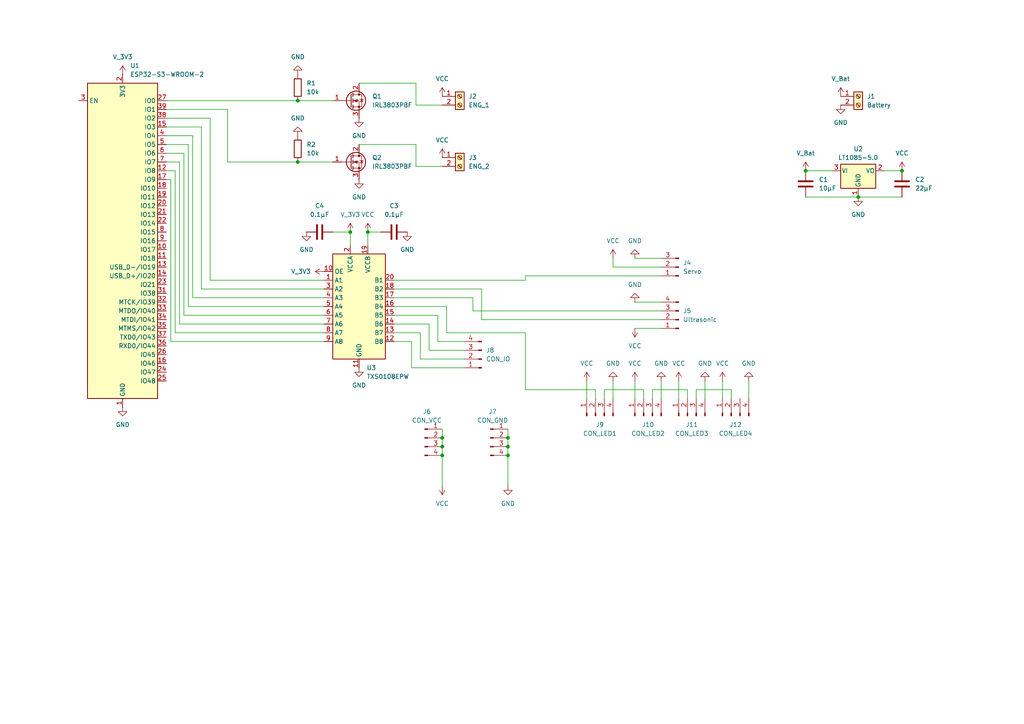
<source format=kicad_sch>
(kicad_sch (version 20231120) (generator "eeschema") (generator_version "8.0")
  (paper "A4")
  (lib_symbols
    (symbol "Connector:Conn_01x03_Pin" (pin_names (offset 1.016) hide)
      (property "Reference" "J" (at 0 5.08 0))
      (property "Value" "Conn_01x03_Pin" (at 0 -5.08 0))
      (symbol "Conn_01x03_Pin_1_1"
        (polyline (pts (xy 1.27 -2.54) (xy 0.8636 -2.54)) (stroke (width 0.1524)))
        (polyline (pts (xy 1.27 0) (xy 0.8636 0)) (stroke (width 0.1524)))
        (polyline (pts (xy 1.27 2.54) (xy 0.8636 2.54)) (stroke (width 0.1524)))
        (rectangle (start 0.8636 -2.413) (end 0 -2.667) (stroke (width 0.1524)) (fill (type outline)))
        (rectangle (start 0.8636 0.127) (end 0 -0.127) (stroke (width 0.1524)) (fill (type outline)))
        (rectangle (start 0.8636 2.667) (end 0 2.413) (stroke (width 0.1524)) (fill (type outline)))
        (pin passive line (at 5.08 2.54 180) (length 3.81) (name "Pin_1") (number "1"))
        (pin passive line (at 5.08 0 180) (length 3.81) (name "Pin_2") (number "2"))
        (pin passive line (at 5.08 -2.54 180) (length 3.81) (name "Pin_3") (number "3"))
      )
    )
    (symbol "Connector:Conn_01x04_Pin" (pin_names (offset 1.016) hide)
      (property "Reference" "J" (at 0 5.08 0))
      (property "Value" "Conn_01x04_Pin" (at 0 -7.62 0))
      (symbol "Conn_01x04_Pin_1_1"
        (polyline (pts (xy 1.27 -5.08) (xy 0.8636 -5.08)) (stroke (width 0.1524)))
        (polyline (pts (xy 1.27 -2.54) (xy 0.8636 -2.54)) (stroke (width 0.1524)))
        (polyline (pts (xy 1.27 0) (xy 0.8636 0)) (stroke (width 0.1524)))
        (polyline (pts (xy 1.27 2.54) (xy 0.8636 2.54)) (stroke (width 0.1524)))
        (rectangle (start 0.8636 -4.953) (end 0 -5.207) (stroke (width 0.1524)) (fill (type outline)))
        (rectangle (start 0.8636 -2.413) (end 0 -2.667) (stroke (width 0.1524)) (fill (type outline)))
        (rectangle (start 0.8636 0.127) (end 0 -0.127) (stroke (width 0.1524)) (fill (type outline)))
        (rectangle (start 0.8636 2.667) (end 0 2.413) (stroke (width 0.1524)) (fill (type outline)))
        (pin passive line (at 5.08 2.54 180) (length 3.81) (name "Pin_1") (number "1"))
        (pin passive line (at 5.08 0 180) (length 3.81) (name "Pin_2") (number "2"))
        (pin passive line (at 5.08 -2.54 180) (length 3.81) (name "Pin_3") (number "3"))
        (pin passive line (at 5.08 -5.08 180) (length 3.81) (name "Pin_4") (number "4"))
      )
    )
    (symbol "Connector:Screw_Terminal_01x02" (pin_names (offset 1.016) hide)
      (property "Reference" "J" (at 0 2.54 0))
      (property "Value" "Screw_Terminal_01x02" (at 0 -5.08 0))
      (symbol "Screw_Terminal_01x02_1_1"
        (rectangle (start -1.27 1.27) (end 1.27 -3.81) (stroke (width 0.254)) (fill (type background)))
        (circle (center 0 -2.54) (radius 0.635) (stroke (width 0.1524)))
        (polyline (pts (xy -0.5334 -2.2098) (xy 0.3302 -3.048)) (stroke (width 0.1524)))
        (polyline (pts (xy -0.5334 0.3302) (xy 0.3302 -0.508)) (stroke (width 0.1524)))
        (polyline (pts (xy -0.3556 -2.032) (xy 0.508 -2.8702)) (stroke (width 0.1524)))
        (polyline (pts (xy -0.3556 0.508) (xy 0.508 -0.3302)) (stroke (width 0.1524)))
        (circle (center 0 0) (radius 0.635) (stroke (width 0.1524)))
        (pin passive line (at -5.08 0 0) (length 3.81) (name "Pin_1") (number "1"))
        (pin passive line (at -5.08 -2.54 0) (length 3.81) (name "Pin_2") (number "2"))
      )
    )
    (symbol "Device:C" (pin_numbers hide) (pin_names (offset 0.254))
      (property "Reference" "C" (at 0.635 2.54 0))
      (property "Value" "C" (at 0.635 -2.54 0))
      (symbol "C_0_1"
        (polyline (pts (xy -2.032 -0.762) (xy 2.032 -0.762)) (stroke (width 0.508)))
        (polyline (pts (xy -2.032 0.762) (xy 2.032 0.762)) (stroke (width 0.508)))
      )
      (symbol "C_1_1"
        (pin passive line (at 0 3.81 270) (length 2.794) (name "~") (number "1"))
        (pin passive line (at 0 -3.81 90) (length 2.794) (name "~") (number "2"))
      )
    )
    (symbol "Device:R" (pin_numbers hide) (pin_names (offset 0))
      (property "Reference" "R" (at 2.032 0 90))
      (property "Value" "R" (at 0 0 90))
      (symbol "R_0_1"
        (rectangle (start -1.016 -2.54) (end 1.016 2.54) (stroke (width 0.254)))
      )
      (symbol "R_1_1"
        (pin passive line (at 0 3.81 270) (length 1.27) (name "~") (number "1"))
        (pin passive line (at 0 -3.81 90) (length 1.27) (name "~") (number "2"))
      )
    )
    (symbol "Logic_LevelTranslator:TXS0108EPW"
      (property "Reference" "U" (at -6.35 16.51 0))
      (property "Value" "TXS0108EPW" (at 3.81 16.51 0))
      (symbol "TXS0108EPW_0_1"
        (rectangle (start -7.62 15.24) (end 7.62 -15.24) (stroke (width 0.254)) (fill (type background)))
      )
      (symbol "TXS0108EPW_1_1"
        (pin bidirectional line (at -10.16 7.62 0) (length 2.54) (name "A1") (number "1"))
        (pin input line (at -10.16 10.16 0) (length 2.54) (name "OE") (number "10"))
        (pin power_in line (at 0 -17.78 90) (length 2.54) (name "GND") (number "11"))
        (pin bidirectional line (at 10.16 -10.16 180) (length 2.54) (name "B8") (number "12"))
        (pin bidirectional line (at 10.16 -7.62 180) (length 2.54) (name "B7") (number "13"))
        (pin bidirectional line (at 10.16 -5.08 180) (length 2.54) (name "B6") (number "14"))
        (pin bidirectional line (at 10.16 -2.54 180) (length 2.54) (name "B5") (number "15"))
        (pin bidirectional line (at 10.16 0 180) (length 2.54) (name "B4") (number "16"))
        (pin bidirectional line (at 10.16 2.54 180) (length 2.54) (name "B3") (number "17"))
        (pin bidirectional line (at 10.16 5.08 180) (length 2.54) (name "B2") (number "18"))
        (pin power_in line (at 2.54 17.78 270) (length 2.54) (name "VCCB") (number "19"))
        (pin power_in line (at -2.54 17.78 270) (length 2.54) (name "VCCA") (number "2"))
        (pin bidirectional line (at 10.16 7.62 180) (length 2.54) (name "B1") (number "20"))
        (pin bidirectional line (at -10.16 5.08 0) (length 2.54) (name "A2") (number "3"))
        (pin bidirectional line (at -10.16 2.54 0) (length 2.54) (name "A3") (number "4"))
        (pin bidirectional line (at -10.16 0 0) (length 2.54) (name "A4") (number "5"))
        (pin bidirectional line (at -10.16 -2.54 0) (length 2.54) (name "A5") (number "6"))
        (pin bidirectional line (at -10.16 -5.08 0) (length 2.54) (name "A6") (number "7"))
        (pin bidirectional line (at -10.16 -7.62 0) (length 2.54) (name "A7") (number "8"))
        (pin bidirectional line (at -10.16 -10.16 0) (length 2.54) (name "A8") (number "9"))
      )
    )
    (symbol "RF_Module:ESP32-S3-WROOM-2"
      (property "Reference" "U" (at -10.16 45.72 0))
      (property "Value" "ESP32-S3-WROOM-2" (at 2.54 45.72 0))
      (symbol "ESP32-S3-WROOM-2_0_1"
        (rectangle (start -10.16 45.72) (end 10.16 -45.72) (stroke (width 0.254)) (fill (type background)))
      )
      (symbol "ESP32-S3-WROOM-2_1_1"
        (pin power_in line (at 0 -48.26 90) (length 2.54) (name "GND") (number "1"))
        (pin bidirectional line (at 12.7 -2.54 180) (length 2.54) (name "IO17") (number "10"))
        (pin bidirectional line (at 12.7 -5.08 180) (length 2.54) (name "IO18") (number "11"))
        (pin bidirectional line (at 12.7 20.32 180) (length 2.54) (name "IO8") (number "12"))
        (pin bidirectional line (at 12.7 -7.62 180) (length 2.54) (name "USB_D-/IO19") (number "13"))
        (pin bidirectional line (at 12.7 -10.16 180) (length 2.54) (name "USB_D+/IO20") (number "14"))
        (pin bidirectional line (at 12.7 33.02 180) (length 2.54) (name "IO3") (number "15"))
        (pin bidirectional line (at 12.7 -35.56 180) (length 2.54) (name "IO46") (number "16"))
        (pin bidirectional line (at 12.7 17.78 180) (length 2.54) (name "IO9") (number "17"))
        (pin bidirectional line (at 12.7 15.24 180) (length 2.54) (name "IO10") (number "18"))
        (pin bidirectional line (at 12.7 12.7 180) (length 2.54) (name "IO11") (number "19"))
        (pin power_in line (at 0 48.26 270) (length 2.54) (name "3V3") (number "2"))
        (pin bidirectional line (at 12.7 10.16 180) (length 2.54) (name "IO12") (number "20"))
        (pin bidirectional line (at 12.7 7.62 180) (length 2.54) (name "IO13") (number "21"))
        (pin bidirectional line (at 12.7 5.08 180) (length 2.54) (name "IO14") (number "22"))
        (pin bidirectional line (at 12.7 -12.7 180) (length 2.54) (name "IO21") (number "23"))
        (pin bidirectional line (at 12.7 -38.1 180) (length 2.54) (name "IO47") (number "24"))
        (pin bidirectional line (at 12.7 -40.64 180) (length 2.54) (name "IO48") (number "25"))
        (pin bidirectional line (at 12.7 -33.02 180) (length 2.54) (name "IO45") (number "26"))
        (pin bidirectional line (at 12.7 40.64 180) (length 2.54) (name "IO0") (number "27"))
        (pin no_connect line (at -10.16 -35.56 0) (length 2.54) hide (name "NC") (number "28"))
        (pin no_connect line (at -10.16 -38.1 0) (length 2.54) hide (name "NC") (number "29"))
        (pin input line (at -12.7 40.64 0) (length 2.54) (name "EN") (number "3"))
        (pin no_connect line (at -10.16 -40.64 0) (length 2.54) hide (name "NC") (number "30"))
        (pin bidirectional line (at 12.7 -15.24 180) (length 2.54) (name "IO38") (number "31"))
        (pin bidirectional line (at 12.7 -17.78 180) (length 2.54) (name "MTCK/IO39") (number "32"))
        (pin bidirectional line (at 12.7 -20.32 180) (length 2.54) (name "MTDO/IO40") (number "33"))
        (pin bidirectional line (at 12.7 -22.86 180) (length 2.54) (name "MTDI/IO41") (number "34"))
        (pin bidirectional line (at 12.7 -25.4 180) (length 2.54) (name "MTMS/IO42") (number "35"))
        (pin bidirectional line (at 12.7 -30.48 180) (length 2.54) (name "RXD0/IO44") (number "36"))
        (pin bidirectional line (at 12.7 -27.94 180) (length 2.54) (name "TXD0/IO43") (number "37"))
        (pin bidirectional line (at 12.7 35.56 180) (length 2.54) (name "IO2") (number "38"))
        (pin bidirectional line (at 12.7 38.1 180) (length 2.54) (name "IO1") (number "39"))
        (pin bidirectional line (at 12.7 30.48 180) (length 2.54) (name "IO4") (number "4"))
        (pin passive line (at 0 -48.26 90) (length 2.54) hide (name "GND") (number "40"))
        (pin passive line (at 0 -48.26 90) (length 2.54) hide (name "GND") (number "41"))
        (pin bidirectional line (at 12.7 27.94 180) (length 2.54) (name "IO5") (number "5"))
        (pin bidirectional line (at 12.7 25.4 180) (length 2.54) (name "IO6") (number "6"))
        (pin bidirectional line (at 12.7 22.86 180) (length 2.54) (name "IO7") (number "7"))
        (pin bidirectional line (at 12.7 2.54 180) (length 2.54) (name "IO15") (number "8"))
        (pin bidirectional line (at 12.7 0 180) (length 2.54) (name "IO16") (number "9"))
      )
    )
    (symbol "Regulator_Linear:LT1085-5.0" (pin_names (offset 0.254))
      (property "Reference" "U" (at -3.81 3.175 0))
      (property "Value" "LT1085-5.0" (at 0 3.175 0))
      (symbol "LT1085-5.0_0_1"
        (rectangle (start -5.08 1.905) (end 5.08 -5.08) (stroke (width 0.254)) (fill (type background)))
      )
      (symbol "LT1085-5.0_1_1"
        (pin power_in line (at 0 -7.62 90) (length 2.54) (name "GND") (number "1"))
        (pin power_out line (at 7.62 0 180) (length 2.54) (name "VO") (number "2"))
        (pin power_in line (at -7.62 0 0) (length 2.54) (name "VI") (number "3"))
      )
    )
    (symbol "Transistor_FET:IRLB8721PBF" (pin_names hide)
      (property "Reference" "Q" (at 5.08 1.905 0))
      (property "Value" "IRLB8721PBF" (at 5.08 0 0))
      (symbol "IRLB8721PBF_0_1"
        (polyline (pts (xy 0.254 0) (xy -2.54 0)))
        (polyline (pts (xy 0.254 1.905) (xy 0.254 -1.905)) (stroke (width 0.254)))
        (polyline (pts (xy 0.762 -1.27) (xy 0.762 -2.286)) (stroke (width 0.254)))
        (polyline (pts (xy 0.762 0.508) (xy 0.762 -0.508)) (stroke (width 0.254)))
        (polyline (pts (xy 0.762 2.286) (xy 0.762 1.27)) (stroke (width 0.254)))
        (polyline (pts (xy 2.54 2.54) (xy 2.54 1.778)))
        (polyline (pts (xy 2.54 -2.54) (xy 2.54 0) (xy 0.762 0)))
        (polyline (pts (xy 0.762 -1.778) (xy 3.302 -1.778) (xy 3.302 1.778) (xy 0.762 1.778)))
        (polyline (pts (xy 1.016 0) (xy 2.032 0.381) (xy 2.032 -0.381) (xy 1.016 0)) (fill (type outline)))
        (polyline (pts (xy 2.794 0.508) (xy 2.921 0.381) (xy 3.683 0.381) (xy 3.81 0.254)))
        (polyline (pts (xy 3.302 0.381) (xy 2.921 -0.254) (xy 3.683 -0.254) (xy 3.302 0.381)))
        (circle (center 1.651 0) (radius 2.794) (stroke (width 0.254)))
        (circle (center 2.54 -1.778) (radius 0.254) (fill (type outline)))
        (circle (center 2.54 1.778) (radius 0.254) (fill (type outline)))
      )
      (symbol "IRLB8721PBF_1_1"
        (pin input line (at -5.08 0 0) (length 2.54) (name "G") (number "1"))
        (pin passive line (at 2.54 5.08 270) (length 2.54) (name "D") (number "2"))
        (pin passive line (at 2.54 -5.08 90) (length 2.54) (name "S") (number "3"))
      )
    )
    (symbol "power:GND" (power) (pin_numbers hide) (pin_names (offset 0) hide)
      (property "Value" "GND" (at 0 -3.81 0))
      (symbol "GND_0_1"
        (polyline (pts (xy 0 0) (xy 0 -1.27) (xy 1.27 -1.27) (xy 0 -2.54) (xy -1.27 -1.27) (xy 0 -1.27)))
      )
      (symbol "GND_1_1"
        (pin power_in line (at 0 0 270) (length 0) (name "~") (number "1"))
      )
    )
    (symbol "power:VCC" (power) (pin_numbers hide) (pin_names (offset 0) hide)
      (property "Value" "VCC" (at 0 3.556 0))
      (symbol "VCC_0_1"
        (polyline (pts (xy -0.762 1.27) (xy 0 2.54)))
        (polyline (pts (xy 0 0) (xy 0 2.54)))
        (polyline (pts (xy 0 2.54) (xy 0.762 1.27)))
      )
      (symbol "VCC_1_1"
        (pin power_in line (at 0 0 90) (length 0) (name "~") (number "1"))
      )
    )
  )
  (junction (at 147.32 129.54))
  (junction (at 128.27 129.54))
  (junction (at 128.27 127))
  (junction (at 233.68 49.53))
  (junction (at 248.92 57.15))
  (junction (at 106.68 67.31))
  (junction (at 147.32 127))
  (junction (at 128.27 132.08))
  (junction (at 86.36 46.99))
  (junction (at 86.36 29.21))
  (junction (at 101.6 67.31))
  (junction (at 261.62 49.53))
  (junction (at 147.32 132.08))
  (wire (pts (xy 147.32 127) (xy 147.32 129.54)))
  (wire (pts (xy 147.32 124.46) (xy 147.32 127)))
  (wire (pts (xy 66.04 46.99) (xy 66.04 31.75)))
  (wire (pts (xy 120.65 41.91) (xy 104.14 41.91)))
  (wire (pts (xy 49.53 52.07) (xy 48.26 52.07)))
  (wire (pts (xy 120.65 30.48) (xy 120.65 24.13)))
  (wire (pts (xy 86.36 29.21) (xy 96.52 29.21)))
  (wire (pts (xy 120.65 24.13) (xy 104.14 24.13)))
  (wire (pts (xy 212.09 113.03) (xy 212.09 115.57)))
  (wire (pts (xy 93.98 83.82) (xy 58.42 83.82)))
  (wire (pts (xy 196.85 110.49) (xy 196.85 115.57)))
  (wire (pts (xy 101.6 67.31) (xy 101.6 71.12)))
  (wire (pts (xy 114.3 81.28) (xy 152.4 81.28)))
  (wire (pts (xy 184.15 74.93) (xy 191.77 74.93)))
  (wire (pts (xy 121.92 104.14) (xy 121.92 96.52)))
  (wire (pts (xy 58.42 83.82) (xy 58.42 36.83)))
  (wire (pts (xy 93.98 91.44) (xy 53.34 91.44)))
  (wire (pts (xy 147.32 129.54) (xy 147.32 132.08)))
  (wire (pts (xy 233.68 57.15) (xy 248.92 57.15)))
  (wire (pts (xy 106.68 67.31) (xy 106.68 71.12)))
  (wire (pts (xy 93.98 93.98) (xy 52.07 93.98)))
  (wire (pts (xy 172.72 113.03) (xy 152.4 113.03)))
  (wire (pts (xy 124.46 93.98) (xy 114.3 93.98)))
  (wire (pts (xy 114.3 91.44) (xy 127 91.44)))
  (wire (pts (xy 189.23 113.03) (xy 199.39 113.03)))
  (wire (pts (xy 49.53 99.06) (xy 49.53 52.07)))
  (wire (pts (xy 93.98 96.52) (xy 50.8 96.52)))
  (wire (pts (xy 60.96 34.29) (xy 48.26 34.29)))
  (wire (pts (xy 55.88 86.36) (xy 55.88 39.37)))
  (wire (pts (xy 129.54 88.9) (xy 114.3 88.9)))
  (wire (pts (xy 53.34 44.45) (xy 48.26 44.45)))
  (wire (pts (xy 48.26 29.21) (xy 86.36 29.21)))
  (wire (pts (xy 137.16 86.36) (xy 114.3 86.36)))
  (wire (pts (xy 96.52 67.31) (xy 101.6 67.31)))
  (wire (pts (xy 50.8 49.53) (xy 48.26 49.53)))
  (wire (pts (xy 191.77 92.71) (xy 139.7 92.71)))
  (wire (pts (xy 124.46 101.6) (xy 124.46 93.98)))
  (wire (pts (xy 201.93 113.03) (xy 212.09 113.03)))
  (wire (pts (xy 86.36 46.99) (xy 66.04 46.99)))
  (wire (pts (xy 52.07 46.99) (xy 48.26 46.99)))
  (wire (pts (xy 60.96 81.28) (xy 60.96 34.29)))
  (wire (pts (xy 128.27 30.48) (xy 120.65 30.48)))
  (wire (pts (xy 175.26 115.57) (xy 175.26 113.03)))
  (wire (pts (xy 152.4 96.52) (xy 152.4 113.03)))
  (wire (pts (xy 134.62 104.14) (xy 121.92 104.14)))
  (wire (pts (xy 139.7 83.82) (xy 114.3 83.82)))
  (wire (pts (xy 248.92 57.15) (xy 261.62 57.15)))
  (wire (pts (xy 129.54 96.52) (xy 152.4 96.52)))
  (wire (pts (xy 137.16 90.17) (xy 137.16 86.36)))
  (wire (pts (xy 66.04 31.75) (xy 48.26 31.75)))
  (wire (pts (xy 170.18 110.49) (xy 170.18 115.57)))
  (wire (pts (xy 96.52 46.99) (xy 86.36 46.99)))
  (wire (pts (xy 93.98 88.9) (xy 54.61 88.9)))
  (wire (pts (xy 134.62 106.68) (xy 119.38 106.68)))
  (wire (pts (xy 189.23 115.57) (xy 189.23 113.03)))
  (wire (pts (xy 256.54 49.53) (xy 261.62 49.53)))
  (wire (pts (xy 186.69 113.03) (xy 186.69 115.57)))
  (wire (pts (xy 119.38 99.06) (xy 114.3 99.06)))
  (wire (pts (xy 128.27 124.46) (xy 128.27 127)))
  (wire (pts (xy 191.77 110.49) (xy 191.77 115.57)))
  (wire (pts (xy 54.61 88.9) (xy 54.61 41.91)))
  (wire (pts (xy 58.42 36.83) (xy 48.26 36.83)))
  (wire (pts (xy 55.88 39.37) (xy 48.26 39.37)))
  (wire (pts (xy 128.27 132.08) (xy 128.27 140.97)))
  (wire (pts (xy 184.15 95.25) (xy 191.77 95.25)))
  (wire (pts (xy 199.39 113.03) (xy 199.39 115.57)))
  (wire (pts (xy 128.27 48.26) (xy 120.65 48.26)))
  (wire (pts (xy 52.07 93.98) (xy 52.07 46.99)))
  (wire (pts (xy 120.65 48.26) (xy 120.65 41.91)))
  (wire (pts (xy 93.98 99.06) (xy 49.53 99.06)))
  (wire (pts (xy 175.26 113.03) (xy 186.69 113.03)))
  (wire (pts (xy 106.68 67.31) (xy 110.49 67.31)))
  (wire (pts (xy 172.72 115.57) (xy 172.72 113.03)))
  (wire (pts (xy 128.27 127) (xy 128.27 129.54)))
  (wire (pts (xy 147.32 132.08) (xy 147.32 140.97)))
  (wire (pts (xy 93.98 81.28) (xy 60.96 81.28)))
  (wire (pts (xy 217.17 110.49) (xy 217.17 115.57)))
  (wire (pts (xy 93.98 86.36) (xy 55.88 86.36)))
  (wire (pts (xy 134.62 101.6) (xy 124.46 101.6)))
  (wire (pts (xy 50.8 96.52) (xy 50.8 49.53)))
  (wire (pts (xy 53.34 91.44) (xy 53.34 44.45)))
  (wire (pts (xy 54.61 41.91) (xy 48.26 41.91)))
  (wire (pts (xy 184.15 87.63) (xy 191.77 87.63)))
  (wire (pts (xy 152.4 80.01) (xy 191.77 80.01)))
  (wire (pts (xy 119.38 106.68) (xy 119.38 99.06)))
  (wire (pts (xy 134.62 99.06) (xy 127 99.06)))
  (wire (pts (xy 177.8 77.47) (xy 177.8 74.93)))
  (wire (pts (xy 209.55 110.49) (xy 209.55 115.57)))
  (wire (pts (xy 191.77 77.47) (xy 177.8 77.47)))
  (wire (pts (xy 152.4 81.28) (xy 152.4 80.01)))
  (wire (pts (xy 127 99.06) (xy 127 91.44)))
  (wire (pts (xy 128.27 129.54) (xy 128.27 132.08)))
  (wire (pts (xy 204.47 110.49) (xy 204.47 115.57)))
  (wire (pts (xy 184.15 110.49) (xy 184.15 115.57)))
  (wire (pts (xy 129.54 96.52) (xy 129.54 88.9)))
  (wire (pts (xy 139.7 92.71) (xy 139.7 83.82)))
  (wire (pts (xy 177.8 110.49) (xy 177.8 115.57)))
  (wire (pts (xy 233.68 49.53) (xy 241.3 49.53)))
  (wire (pts (xy 201.93 115.57) (xy 201.93 113.03)))
  (wire (pts (xy 121.92 96.52) (xy 114.3 96.52)))
  (wire (pts (xy 191.77 90.17) (xy 137.16 90.17)))
  (symbol (lib_id "power:GND") (at 204.47 110.49 180) (unit 1)
    (property "Reference" "#PWR029" (effects (hide yes)))
    (property "Value" "GND" (at 204.47 105.41 0))
    (property "Description" "Power symbol creates a global label with name \"GND\" , ground" (effects (hide yes)))
  )
  (symbol (lib_id "Connector:Conn_01x03_Pin") (at 196.85 77.47 180) (unit 1)
    (property "Reference" "J4" (at 198.12 76.1999 0) (effects (justify right)))
    (property "Value" "Servo" (at 198.12 78.7399 0) (effects (justify right)))
    (property "Footprint" "Connector_Molex:Molex_KK-254_AE-6410-03A_1x03_P2.54mm_Vertical" (effects (hide yes)))
    (property "Description" "Generic connector, single row, 01x03, script generated" (effects (hide yes)))
  )
  (symbol (lib_id "Connector:Conn_01x04_Pin") (at 123.19 127 0) (unit 1)
    (property "Reference" "J6" (at 123.825 119.38 0))
    (property "Value" "CON_VCC" (at 123.825 121.92 0))
    (property "Footprint" "Connector_Molex:Molex_KK-254_AE-6410-04A_1x04_P2.54mm_Vertical" (effects (hide yes)))
    (property "Description" "Generic connector, single row, 01x04, script generated" (effects (hide yes)))
  )
  (symbol (lib_id "power:VCC") (at 177.8 74.93 0) (unit 1)
    (property "Reference" "#PWR019" (effects (hide yes)))
    (property "Value" "VCC" (at 177.8 69.85 0))
    (property "Description" "Power symbol creates a global label with name \"VCC\"" (effects (hide yes)))
  )
  (symbol (lib_id "power:GND") (at 86.36 21.59 180) (unit 1)
    (property "Reference" "#PWR032" (effects (hide yes)))
    (property "Value" "GND" (at 86.36 16.51 0))
    (property "Description" "Power symbol creates a global label with name \"GND\" , ground" (effects (hide yes)))
  )
  (symbol (lib_id "Connector:Conn_01x04_Pin") (at 196.85 92.71 180) (unit 1)
    (property "Reference" "J5" (at 198.12 90.1699 0) (effects (justify right)))
    (property "Value" "Ultrasonic" (at 198.12 92.7099 0) (effects (justify right)))
    (property "Footprint" "Connector_Molex:Molex_KK-254_AE-6410-04A_1x04_P2.54mm_Vertical" (effects (hide yes)))
    (property "Description" "Generic connector, single row, 01x04, script generated" (effects (hide yes)))
  )
  (symbol (lib_id "Connector:Conn_01x04_Pin") (at 212.09 120.65 90) (unit 1)
    (property "Reference" "J12" (at 213.36 123.19 90))
    (property "Value" "CON_LED4" (at 213.36 125.73 90))
    (property "Footprint" "Connector_Molex:Molex_KK-254_AE-6410-04A_1x04_P2.54mm_Vertical" (effects (hide yes)))
    (property "Description" "Generic connector, single row, 01x04, script generated" (effects (hide yes)))
  )
  (symbol (lib_id "power:VCC") (at 35.56 21.59 0) (unit 1)
    (property "Reference" "#PWR06" (effects (hide yes)))
    (property "Value" "V_3V3" (at 35.56 16.51 0))
    (property "Description" "Power symbol creates a global label with name \"VCC\"" (effects (hide yes)))
  )
  (symbol (lib_id "power:GND") (at 217.17 110.49 180) (unit 1)
    (property "Reference" "#PWR031" (effects (hide yes)))
    (property "Value" "GND" (at 217.17 105.41 0))
    (property "Description" "Power symbol creates a global label with name \"GND\" , ground" (effects (hide yes)))
  )
  (symbol (lib_id "power:GND") (at 184.15 74.93 180) (unit 1)
    (property "Reference" "#PWR018" (effects (hide yes)))
    (property "Value" "GND" (at 184.15 69.85 0))
    (property "Description" "Power symbol creates a global label with name \"GND\" , ground" (effects (hide yes)))
  )
  (symbol (lib_id "power:VCC") (at 209.55 110.49 0) (unit 1)
    (property "Reference" "#PWR030" (effects (hide yes)))
    (property "Value" "VCC" (at 209.55 105.41 0))
    (property "Description" "Power symbol creates a global label with name \"VCC\"" (effects (hide yes)))
  )
  (symbol (lib_id "power:GND") (at 104.14 34.29 0) (unit 1)
    (property "Reference" "#PWR09" (effects (hide yes)))
    (property "Value" "GND" (at 104.14 39.37 0))
    (property "Description" "Power symbol creates a global label with name \"GND\" , ground" (effects (hide yes)))
  )
  (symbol (lib_id "Connector:Conn_01x04_Pin") (at 172.72 120.65 90) (unit 1)
    (property "Reference" "J9" (at 173.99 123.19 90))
    (property "Value" "CON_LED1" (at 173.99 125.73 90))
    (property "Footprint" "Connector_Molex:Molex_KK-254_AE-6410-04A_1x04_P2.54mm_Vertical" (effects (hide yes)))
    (property "Description" "Generic connector, single row, 01x04, script generated" (effects (hide yes)))
  )
  (symbol (lib_id "power:VCC") (at 170.18 110.49 0) (unit 1)
    (property "Reference" "#PWR024" (effects (hide yes)))
    (property "Value" "VCC" (at 170.18 105.41 0))
    (property "Description" "Power symbol creates a global label with name \"VCC\"" (effects (hide yes)))
  )
  (symbol (lib_id "RF_Module:ESP32-S3-WROOM-2") (at 35.56 69.85 0) (unit 1)
    (property "Reference" "U1" (at 37.7541 19.05 0) (effects (justify left)))
    (property "Value" "ESP32-S3-WROOM-2" (at 37.7541 21.59 0) (effects (justify left)))
    (property "Datasheet" "https://www.espressif.com/sites/default/files/documentation/esp32-s3-wroom-2_datasheet_en.pdf" (effects (hide yes)))
    (property "Description" "RF Module, 2.4 GHz, Wi­-Fi, Bluetooth, BLE, ESP32­-S3R8V" (effects (hide yes)))
  )
  (symbol (lib_id "Regulator_Linear:LT1085-5.0") (at 248.92 49.53 0) (unit 1)
    (property "Reference" "U2" (at 248.92 43.18 0))
    (property "Value" "LT1085-5.0" (at 248.92 45.72 0))
    (property "Footprint" "Package_TO_SOT_THT:TO-220-3_Vertical" (effects (hide yes)))
    (property "Datasheet" "https://www.analog.com/media/en/technical-documentation/data-sheets/1083ffe.pdf" (effects (hide yes)))
    (property "Description" "3.0A 20V LDO Linear Regulator, Fixed Output 5.V, TO-220/TO-263" (effects (hide yes)))
  )
  (symbol (lib_id "power:GND") (at 104.14 106.68 0) (unit 1)
    (property "Reference" "#PWR014" (effects (hide yes)))
    (property "Value" "GND" (at 104.14 111.76 0))
    (property "Description" "Power symbol creates a global label with name \"GND\" , ground" (effects (hide yes)))
  )
  (symbol (lib_id "Connector:Screw_Terminal_01x02") (at 133.35 27.94 0) (unit 1)
    (property "Reference" "J2" (at 135.89 27.9399 0) (effects (justify left)))
    (property "Value" "ENG_1" (at 135.89 30.4799 0) (effects (justify left)))
    (property "Footprint" "TerminalBlock_Phoenix:TerminalBlock_Phoenix_MKDS-1,5-2-5.08_1x02_P5.08mm_Horizontal" (effects (hide yes)))
    (property "Description" "Generic screw terminal, single row, 01x02, script generated (kicad-library-utils/schlib/autogen/connector/)" (effects (hide yes)))
  )
  (symbol (lib_id "power:GND") (at 104.14 52.07 0) (unit 1)
    (property "Reference" "#PWR010" (effects (hide yes)))
    (property "Value" "GND" (at 104.14 57.15 0))
    (property "Description" "Power symbol creates a global label with name \"GND\" , ground" (effects (hide yes)))
  )
  (symbol (lib_id "Device:C") (at 233.68 53.34 0) (unit 1)
    (property "Reference" "C1" (at 237.49 52.0699 0) (effects (justify left)))
    (property "Value" "10µF" (at 237.49 54.6099 0) (effects (justify left)))
    (property "Footprint" "Capacitor_SMD:C_1210_3225Metric" (effects (hide yes)))
    (property "Description" "Unpolarized capacitor" (effects (hide yes)))
  )
  (symbol (lib_id "power:VCC") (at 101.6 67.31 0) (unit 1)
    (property "Reference" "#PWR012" (effects (hide yes)))
    (property "Value" "V_3V3" (at 101.6 62.23 0))
    (property "Description" "Power symbol creates a global label with name \"VCC\"" (effects (hide yes)))
  )
  (symbol (lib_id "power:VCC") (at 128.27 140.97 180) (unit 1)
    (property "Reference" "#PWR022" (effects (hide yes)))
    (property "Value" "VCC" (at 128.27 146.05 0))
    (property "Description" "Power symbol creates a global label with name \"VCC\"" (effects (hide yes)))
  )
  (symbol (lib_id "power:VCC") (at 184.15 110.49 0) (unit 1)
    (property "Reference" "#PWR026" (effects (hide yes)))
    (property "Value" "VCC" (at 184.15 105.41 0))
    (property "Description" "Power symbol creates a global label with name \"VCC\"" (effects (hide yes)))
  )
  (symbol (lib_id "power:GND") (at 243.84 30.48 0) (unit 1)
    (property "Reference" "#PWR03" (effects (hide yes)))
    (property "Value" "GND" (at 243.84 35.56 0))
    (property "Description" "Power symbol creates a global label with name \"GND\" , ground" (effects (hide yes)))
  )
  (symbol (lib_id "power:VCC") (at 93.98 78.74 90) (unit 1)
    (property "Reference" "#PWR015" (effects (hide yes)))
    (property "Value" "V_3V3" (at 90.17 78.7399 90) (effects (justify left)))
    (property "Description" "Power symbol creates a global label with name \"VCC\"" (effects (hide yes)))
  )
  (symbol (lib_id "power:VCC") (at 106.68 67.31 0) (unit 1)
    (property "Reference" "#PWR013" (effects (hide yes)))
    (property "Value" "VCC" (at 106.68 62.23 0))
    (property "Description" "Power symbol creates a global label with name \"VCC\"" (effects (hide yes)))
  )
  (symbol (lib_id "Connector:Conn_01x04_Pin") (at 186.69 120.65 90) (unit 1)
    (property "Reference" "J10" (at 187.96 123.19 90))
    (property "Value" "CON_LED2" (at 187.96 125.73 90))
    (property "Footprint" "Connector_Molex:Molex_KK-254_AE-6410-04A_1x04_P2.54mm_Vertical" (effects (hide yes)))
    (property "Description" "Generic connector, single row, 01x04, script generated" (effects (hide yes)))
  )
  (symbol (lib_id "Connector:Screw_Terminal_01x02") (at 133.35 45.72 0) (unit 1)
    (property "Reference" "J3" (at 135.89 45.7199 0) (effects (justify left)))
    (property "Value" "ENG_2" (at 135.89 48.2599 0) (effects (justify left)))
    (property "Footprint" "TerminalBlock_Phoenix:TerminalBlock_Phoenix_MKDS-1,5-2-5.08_1x02_P5.08mm_Horizontal" (effects (hide yes)))
    (property "Description" "Generic screw terminal, single row, 01x02, script generated (kicad-library-utils/schlib/autogen/connector/)" (effects (hide yes)))
  )
  (symbol (lib_id "power:GND") (at 177.8 110.49 180) (unit 1)
    (property "Reference" "#PWR025" (effects (hide yes)))
    (property "Value" "GND" (at 177.8 105.41 0))
    (property "Description" "Power symbol creates a global label with name \"GND\" , ground" (effects (hide yes)))
  )
  (symbol (lib_id "power:VCC") (at 128.27 27.94 0) (unit 1)
    (property "Reference" "#PWR08" (effects (hide yes)))
    (property "Value" "VCC" (at 128.27 22.86 0))
    (property "Description" "Power symbol creates a global label with name \"VCC\"" (effects (hide yes)))
  )
  (symbol (lib_id "power:VCC") (at 128.27 45.72 0) (unit 1)
    (property "Reference" "#PWR011" (effects (hide yes)))
    (property "Value" "VCC" (at 128.27 40.64 0))
    (property "Description" "Power symbol creates a global label with name \"VCC\"" (effects (hide yes)))
  )
  (symbol (lib_id "Device:C") (at 114.3 67.31 90) (unit 1)
    (property "Reference" "C3" (at 114.3 59.69 90))
    (property "Value" "0.1µF" (at 114.3 62.23 90))
    (property "Footprint" "Capacitor_SMD:C_0201_0603Metric" (effects (hide yes)))
    (property "Description" "Unpolarized capacitor" (effects (hide yes)))
  )
  (symbol (lib_id "power:VCC") (at 196.85 110.49 0) (unit 1)
    (property "Reference" "#PWR028" (effects (hide yes)))
    (property "Value" "VCC" (at 196.85 105.41 0))
    (property "Description" "Power symbol creates a global label with name \"VCC\"" (effects (hide yes)))
  )
  (symbol (lib_id "power:GND") (at 35.56 118.11 0) (unit 1)
    (property "Reference" "#PWR07" (effects (hide yes)))
    (property "Value" "GND" (at 35.56 123.19 0))
    (property "Description" "Power symbol creates a global label with name \"GND\" , ground" (effects (hide yes)))
  )
  (symbol (lib_id "power:GND") (at 248.92 57.15 0) (unit 1)
    (property "Reference" "#PWR04" (effects (hide yes)))
    (property "Value" "GND" (at 248.92 62.23 0))
    (property "Description" "Power symbol creates a global label with name \"GND\" , ground" (effects (hide yes)))
  )
  (symbol (lib_id "Device:R") (at 86.36 25.4 0) (unit 1)
    (property "Reference" "R1" (at 88.9 24.1299 0) (effects (justify left)))
    (property "Value" "10k" (at 88.9 26.6699 0) (effects (justify left)))
    (property "Footprint" "Resistor_SMD:R_01005_0402Metric" (effects (hide yes)))
    (property "Description" "Resistor" (effects (hide yes)))
  )
  (symbol (lib_id "power:GND") (at 147.32 140.97 0) (unit 1)
    (property "Reference" "#PWR023" (effects (hide yes)))
    (property "Value" "GND" (at 147.32 146.05 0))
    (property "Description" "Power symbol creates a global label with name \"GND\" , ground" (effects (hide yes)))
  )
  (symbol (lib_id "Transistor_FET:IRLB8721PBF") (at 101.6 46.99 0) (unit 1)
    (property "Reference" "Q2" (at 107.95 45.7199 0) (effects (justify left)))
    (property "Value" "IRL3803PBF" (at 107.95 48.2599 0) (effects (justify left)))
    (property "Footprint" "Package_TO_SOT_THT:TO-220-3_Vertical" (effects (hide yes)))
    (property "Datasheet" "http://www.infineon.com/dgdl/irlb8721pbf.pdf?fileId=5546d462533600a40153566056732591" (effects (hide yes)))
    (property "Description" "62A Id, 30V Vds, 8.7 mOhm Rds, N-Channel HEXFET Power MOSFET, TO-220" (effects (hide yes)))
  )
  (symbol (lib_id "Device:C") (at 261.62 53.34 0) (unit 1)
    (property "Reference" "C2" (at 265.43 52.0699 0) (effects (justify left)))
    (property "Value" "22µF" (at 265.43 54.6099 0) (effects (justify left)))
    (property "Footprint" "Capacitor_Tantalum_SMD:CP_EIA-7343-15_Kemet-W" (effects (hide yes)))
    (property "Description" "Unpolarized capacitor" (effects (hide yes)))
  )
  (symbol (lib_id "power:GND") (at 86.36 39.37 180) (unit 1)
    (property "Reference" "#PWR033" (effects (hide yes)))
    (property "Value" "GND" (at 86.36 34.29 0))
    (property "Description" "Power symbol creates a global label with name \"GND\" , ground" (effects (hide yes)))
  )
  (symbol (lib_id "Connector:Conn_01x04_Pin") (at 142.24 127 0) (unit 1)
    (property "Reference" "J7" (at 142.875 119.38 0))
    (property "Value" "CON_GND" (at 142.875 121.92 0))
    (property "Footprint" "Connector_Molex:Molex_KK-254_AE-6410-04A_1x04_P2.54mm_Vertical" (effects (hide yes)))
    (property "Description" "Generic connector, single row, 01x04, script generated" (effects (hide yes)))
  )
  (symbol (lib_id "Device:R") (at 86.36 43.18 0) (unit 1)
    (property "Reference" "R2" (at 88.9 41.9099 0) (effects (justify left)))
    (property "Value" "10k" (at 88.9 44.4499 0) (effects (justify left)))
    (property "Footprint" "Resistor_SMD:R_01005_0402Metric" (effects (hide yes)))
    (property "Description" "Resistor" (effects (hide yes)))
  )
  (symbol (lib_id "power:GND") (at 191.77 110.49 180) (unit 1)
    (property "Reference" "#PWR027" (effects (hide yes)))
    (property "Value" "GND" (at 191.77 105.41 0))
    (property "Description" "Power symbol creates a global label with name \"GND\" , ground" (effects (hide yes)))
  )
  (symbol (lib_id "Connector:Screw_Terminal_01x02") (at 248.92 27.94 0) (unit 1)
    (property "Reference" "J1" (at 251.46 27.9399 0) (effects (justify left)))
    (property "Value" "Battery" (at 251.46 30.4799 0) (effects (justify left)))
    (property "Footprint" "TerminalBlock_Phoenix:TerminalBlock_Phoenix_MKDS-1,5-2-5.08_1x02_P5.08mm_Horizontal" (effects (hide yes)))
    (property "Description" "Generic screw terminal, single row, 01x02, script generated (kicad-library-utils/schlib/autogen/connector/)" (effects (hide yes)))
  )
  (symbol (lib_id "power:GND") (at 118.11 67.31 0) (unit 1)
    (property "Reference" "#PWR016" (effects (hide yes)))
    (property "Value" "GND" (at 118.11 72.39 0))
    (property "Description" "Power symbol creates a global label with name \"GND\" , ground" (effects (hide yes)))
  )
  (symbol (lib_id "Logic_LevelTranslator:TXS0108EPW") (at 104.14 88.9 0) (unit 1)
    (property "Reference" "U3" (at 106.3341 106.68 0) (effects (justify left)))
    (property "Value" "TXS0108EPW" (at 106.3341 109.22 0) (effects (justify left)))
    (property "Footprint" "Package_SO:TSSOP-20_4.4x6.5mm_P0.65mm" (effects (hide yes)))
    (property "Datasheet" "www.ti.com/lit/ds/symlink/txs0108e.pdf" (effects (hide yes)))
    (property "Description" "Bidirectional  level-shifting voltage translator, TSSOP-20" (effects (hide yes)))
  )
  (symbol (lib_id "power:VCC") (at 261.62 49.53 0) (unit 1)
    (property "Reference" "#PWR05" (effects (hide yes)))
    (property "Value" "VCC" (at 261.62 44.45 0))
    (property "Description" "Power symbol creates a global label with name \"VCC\"" (effects (hide yes)))
  )
  (symbol (lib_id "power:VCC") (at 243.84 27.94 0) (unit 1)
    (property "Reference" "#PWR01" (effects (hide yes)))
    (property "Value" "V_Bat" (at 243.84 22.86 0))
    (property "Description" "Power symbol creates a global label with name \"VCC\"" (effects (hide yes)))
  )
  (symbol (lib_id "power:GND") (at 184.15 87.63 180) (unit 1)
    (property "Reference" "#PWR020" (effects (hide yes)))
    (property "Value" "GND" (at 184.15 82.55 0))
    (property "Description" "Power symbol creates a global label with name \"GND\" , ground" (effects (hide yes)))
  )
  (symbol (lib_id "Connector:Conn_01x04_Pin") (at 139.7 104.14 180) (unit 1)
    (property "Reference" "J8" (at 140.97 101.5999 0) (effects (justify right)))
    (property "Value" "CON_IO" (at 140.97 104.1399 0) (effects (justify right)))
    (property "Footprint" "Connector_Molex:Molex_KK-254_AE-6410-04A_1x04_P2.54mm_Vertical" (effects (hide yes)))
    (property "Description" "Generic connector, single row, 01x04, script generated" (effects (hide yes)))
  )
  (symbol (lib_id "power:GND") (at 88.9 67.31 0) (unit 1)
    (property "Reference" "#PWR017" (effects (hide yes)))
    (property "Value" "GND" (at 88.9 72.39 0))
    (property "Description" "Power symbol creates a global label with name \"GND\" , ground" (effects (hide yes)))
  )
  (symbol (lib_id "power:VCC") (at 184.15 95.25 180) (unit 1)
    (property "Reference" "#PWR021" (effects (hide yes)))
    (property "Value" "VCC" (at 184.15 100.33 0))
    (property "Description" "Power symbol creates a global label with name \"VCC\"" (effects (hide yes)))
  )
  (symbol (lib_id "Transistor_FET:IRLB8721PBF") (at 101.6 29.21 0) (unit 1)
    (property "Reference" "Q1" (at 107.95 27.9399 0) (effects (justify left)))
    (property "Value" "IRL3803PBF" (at 107.95 30.4799 0) (effects (justify left)))
    (property "Footprint" "Package_TO_SOT_THT:TO-220-3_Vertical" (effects (hide yes)))
    (property "Datasheet" "http://www.infineon.com/dgdl/irlb8721pbf.pdf?fileId=5546d462533600a40153566056732591" (effects (hide yes)))
    (property "Description" "62A Id, 30V Vds, 8.7 mOhm Rds, N-Channel HEXFET Power MOSFET, TO-220" (effects (hide yes)))
  )
  (symbol (lib_id "Device:C") (at 92.71 67.31 90) (unit 1)
    (property "Reference" "C4" (at 92.71 59.69 90))
    (property "Value" "0.1µF" (at 92.71 62.23 90))
    (property "Footprint" "Capacitor_SMD:C_0201_0603Metric" (effects (hide yes)))
    (property "Description" "Unpolarized capacitor" (effects (hide yes)))
  )
  (symbol (lib_id "Connector:Conn_01x04_Pin") (at 199.39 120.65 90) (unit 1)
    (property "Reference" "J11" (at 200.66 123.19 90))
    (property "Value" "CON_LED3" (at 200.66 125.73 90))
    (property "Footprint" "Connector_Molex:Molex_KK-254_AE-6410-04A_1x04_P2.54mm_Vertical" (effects (hide yes)))
    (property "Description" "Generic connector, single row, 01x04, script generated" (effects (hide yes)))
  )
  (symbol (lib_id "power:VCC") (at 233.68 49.53 0) (unit 1)
    (property "Reference" "#PWR02" (effects (hide yes)))
    (property "Value" "V_Bat" (at 233.68 44.45 0))
    (property "Description" "Power symbol creates a global label with name \"VCC\"" (effects (hide yes)))
  )
)
</source>
